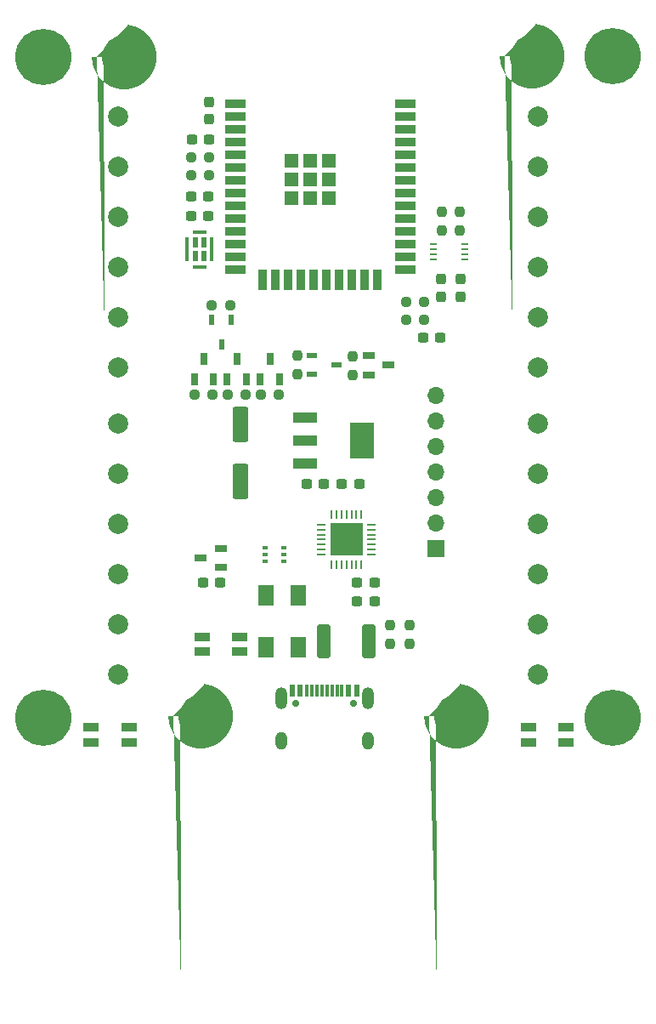
<source format=gbr>
%TF.GenerationSoftware,KiCad,Pcbnew,(6.0.6-0)*%
%TF.CreationDate,2022-09-10T13:43:16-07:00*%
%TF.ProjectId,GlowCore,476c6f77-436f-4726-952e-6b696361645f,rev?*%
%TF.SameCoordinates,Original*%
%TF.FileFunction,Soldermask,Top*%
%TF.FilePolarity,Negative*%
%FSLAX46Y46*%
G04 Gerber Fmt 4.6, Leading zero omitted, Abs format (unit mm)*
G04 Created by KiCad (PCBNEW (6.0.6-0)) date 2022-09-10 13:43:16*
%MOMM*%
%LPD*%
G01*
G04 APERTURE LIST*
G04 Aperture macros list*
%AMRoundRect*
0 Rectangle with rounded corners*
0 $1 Rounding radius*
0 $2 $3 $4 $5 $6 $7 $8 $9 X,Y pos of 4 corners*
0 Add a 4 corners polygon primitive as box body*
4,1,4,$2,$3,$4,$5,$6,$7,$8,$9,$2,$3,0*
0 Add four circle primitives for the rounded corners*
1,1,$1+$1,$2,$3*
1,1,$1+$1,$4,$5*
1,1,$1+$1,$6,$7*
1,1,$1+$1,$8,$9*
0 Add four rect primitives between the rounded corners*
20,1,$1+$1,$2,$3,$4,$5,0*
20,1,$1+$1,$4,$5,$6,$7,0*
20,1,$1+$1,$6,$7,$8,$9,0*
20,1,$1+$1,$8,$9,$2,$3,0*%
%AMFreePoly0*
4,1,112,3.105582,3.191654,3.458980,3.129341,3.803230,3.028022,4.134041,2.888962,4.447289,2.713894,4.739071,2.504999,5.005748,2.264881,5.243998,1.996534,5.450851,1.703301,5.623729,1.388838,5.760476,1.057065,5.859388,0.712116,5.919233,0.358291,5.939265,0.000000,5.938012,-0.089748,5.907984,-0.447339,5.838283,-0.799355,5.729777,-1.141408,5.583820,-1.469234,5.402230,-1.778747,
5.187270,-2.066090,4.941620,-2.327680,4.668342,-2.560258,4.370841,-2.760925,4.052827,-2.927179,3.718263,-3.056948,3.371318,-3.148614,3.016317,-3.201036,2.657686,-3.213560,2.299893,-3.186029,1.947399,-3.118788,1.604597,-3.012673,1.275760,-2.869007,0.964987,-2.689582,0.676150,-2.476634,0.412851,-2.232816,0.178371,-1.961168,-0.024367,-1.665076,-0.192837,-1.348230,-0.324939,-1.014580,
-0.419026,-0.668283,-0.473925,-0.313657,-0.481420,-0.134825,-0.481581,-0.134460,-0.499164,0.000000,0.505984,0.000000,0.524968,-0.289640,0.581595,-0.574324,0.674897,-0.849181,0.803276,-1.109508,0.964536,-1.350851,1.155919,-1.569081,1.374149,-1.760464,1.615492,-1.921724,1.875819,-2.050103,2.150676,-2.143405,2.435360,-2.200032,2.725000,-2.219016,3.014640,-2.200032,3.299324,-2.143405,
3.574181,-2.050103,3.834508,-1.921724,4.075851,-1.760464,4.294081,-1.569081,4.485464,-1.350851,4.646724,-1.109508,4.775103,-0.849181,4.868405,-0.574324,4.925032,-0.289640,4.944016,0.000000,4.925032,0.289640,4.868405,0.574324,4.775103,0.849181,4.646724,1.109508,4.485464,1.350851,4.294081,1.569081,4.075851,1.760464,3.834508,1.921724,3.574181,2.050103,3.299324,2.143405,
3.014640,2.200032,2.725000,2.219016,2.435360,2.200032,2.150676,2.143405,1.875819,2.050103,1.615492,1.921724,1.374149,1.760464,1.155919,1.569081,0.964536,1.350851,0.803276,1.109508,0.674897,0.849181,0.581595,0.574324,0.524968,0.289640,0.505984,0.000000,-0.499164,0.000000,-0.499963,0.006109,-0.484897,0.102868,-0.463920,0.402854,-0.399140,0.755809,-0.295421,1.099343,
-0.154055,1.429175,0.023196,1.741194,0.234123,2.031510,0.476097,2.296505,0.746101,2.532875,1.040770,2.737676,1.356433,2.908354,1.689153,3.042782,2.034784,3.139284,2.389018,3.196657,2.747440,3.214187,3.105582,3.191654,3.105582,3.191654,$1*%
G04 Aperture macros list end*
%ADD10C,2.000000*%
%ADD11RoundRect,0.250000X-0.550000X1.500000X-0.550000X-1.500000X0.550000X-1.500000X0.550000X1.500000X0*%
%ADD12R,2.000000X0.900000*%
%ADD13R,0.900000X2.000000*%
%ADD14R,1.330000X1.330000*%
%ADD15RoundRect,0.237500X0.237500X-0.250000X0.237500X0.250000X-0.237500X0.250000X-0.237500X-0.250000X0*%
%ADD16R,0.280010X0.900000*%
%ADD17R,0.900000X0.280010*%
%ADD18R,3.300000X3.300000*%
%ADD19RoundRect,0.237500X-0.237500X0.300000X-0.237500X-0.300000X0.237500X-0.300000X0.237500X0.300000X0*%
%ADD20RoundRect,0.237500X-0.300000X-0.237500X0.300000X-0.237500X0.300000X0.237500X-0.300000X0.237500X0*%
%ADD21C,4.300000*%
%ADD22FreePoly0,0.000000*%
%ADD23R,1.500000X0.900000*%
%ADD24C,5.600000*%
%ADD25R,1.250013X0.700000*%
%ADD26RoundRect,0.237500X-0.237500X0.250000X-0.237500X-0.250000X0.237500X-0.250000X0.237500X0.250000X0*%
%ADD27RoundRect,0.237500X-0.250000X-0.237500X0.250000X-0.237500X0.250000X0.237500X-0.250000X0.237500X0*%
%ADD28O,0.750013X0.250013*%
%ADD29RoundRect,0.237500X0.300000X0.237500X-0.300000X0.237500X-0.300000X-0.237500X0.300000X-0.237500X0*%
%ADD30R,0.600000X0.419990*%
%ADD31R,0.700000X1.250013*%
%ADD32R,0.600000X1.070003*%
%ADD33RoundRect,0.250000X0.400000X1.450000X-0.400000X1.450000X-0.400000X-1.450000X0.400000X-1.450000X0*%
%ADD34RoundRect,0.237500X0.250000X0.237500X-0.250000X0.237500X-0.250000X-0.237500X0.250000X-0.237500X0*%
%ADD35C,0.700025*%
%ADD36R,0.600000X1.300000*%
%ADD37R,0.300000X1.300000*%
%ADD38O,1.200000X2.200000*%
%ADD39O,1.200000X1.800000*%
%ADD40R,1.620015X2.046380*%
%ADD41R,0.550013X1.050013*%
%ADD42R,1.400000X0.450013*%
%ADD43R,0.450013X2.400000*%
%ADD44R,2.470003X0.980010*%
%ADD45R,2.470003X3.600000*%
%ADD46R,1.070003X0.600000*%
%ADD47R,1.700000X1.700000*%
%ADD48O,1.700000X1.700000*%
G04 APERTURE END LIST*
D10*
%TO.C,P2*%
X123750451Y-104450000D03*
X123750451Y-109451270D03*
X123750451Y-114450000D03*
X123750451Y-119451270D03*
X123750451Y-124450000D03*
X123750451Y-129451270D03*
%TD*%
D11*
%TO.C,C4*%
X135890000Y-104591200D03*
X135890000Y-110191200D03*
%TD*%
D12*
%TO.C,U7*%
X135357600Y-72666700D03*
X135357600Y-73936700D03*
X135357600Y-75206700D03*
X135357600Y-76476700D03*
X135357600Y-77746700D03*
X135357600Y-79016700D03*
X135357600Y-80286700D03*
X135357600Y-81556700D03*
X135357600Y-82826700D03*
X135357600Y-84096700D03*
X135357600Y-85366700D03*
X135357600Y-86636700D03*
X135357600Y-87906700D03*
X135357600Y-89176700D03*
D13*
X138142600Y-90176700D03*
X139412600Y-90176700D03*
X140682600Y-90176700D03*
X141952600Y-90176700D03*
X143222600Y-90176700D03*
X144492600Y-90176700D03*
X145762600Y-90176700D03*
X147032600Y-90176700D03*
X148302600Y-90176700D03*
X149572600Y-90176700D03*
D12*
X152357600Y-89176700D03*
X152357600Y-87906700D03*
X152357600Y-86636700D03*
X152357600Y-85366700D03*
X152357600Y-84096700D03*
X152357600Y-82826700D03*
X152357600Y-81556700D03*
X152357600Y-80286700D03*
X152357600Y-79016700D03*
X152357600Y-77746700D03*
X152357600Y-76476700D03*
X152357600Y-75206700D03*
X152357600Y-73936700D03*
X152357600Y-72666700D03*
D14*
X141022600Y-80166700D03*
X141022600Y-82001700D03*
X142857600Y-80166700D03*
X144692600Y-78331700D03*
X142857600Y-78331700D03*
X144692600Y-82001700D03*
X144692600Y-80166700D03*
X141022600Y-78331700D03*
X142857600Y-82001700D03*
%TD*%
D15*
%TO.C,R1*%
X155984800Y-85240500D03*
X155984800Y-83415500D03*
%TD*%
D16*
%TO.C,U13*%
X144955333Y-118527149D03*
X145455714Y-118527149D03*
X145956095Y-118527149D03*
X146456476Y-118527149D03*
X146956857Y-118527149D03*
X147457238Y-118527149D03*
X147957619Y-118527149D03*
D17*
X148956603Y-117528419D03*
X148956603Y-117028038D03*
X148956603Y-116527657D03*
X148956603Y-116027276D03*
X148956603Y-115526895D03*
X148956603Y-115026514D03*
X148956603Y-114526133D03*
D16*
X147957619Y-113527149D03*
X147457238Y-113527149D03*
X146956857Y-113527149D03*
X146456476Y-113527149D03*
X145956095Y-113527149D03*
X145455714Y-113527149D03*
X144955333Y-113527149D03*
D17*
X143956603Y-114526133D03*
X143956603Y-115026514D03*
X143956603Y-115526895D03*
X143956603Y-116027276D03*
X143956603Y-116527657D03*
X143956603Y-117028038D03*
X143956603Y-117528419D03*
D18*
X146456476Y-116027276D03*
%TD*%
D15*
%TO.C,R14*%
X141589500Y-99529275D03*
X141589500Y-97704275D03*
%TD*%
D19*
%TO.C,C3*%
X132790000Y-72472500D03*
X132790000Y-74197500D03*
%TD*%
D20*
%TO.C,C11*%
X146010200Y-110503975D03*
X147735200Y-110503975D03*
%TD*%
D21*
%TO.C,U30*%
X157460000Y-133640000D03*
D22*
X154732230Y-133637460D03*
%TD*%
D23*
%TO.C,SW2*%
X132059676Y-127191264D03*
X135859524Y-127191264D03*
X132059676Y-125691136D03*
X135859524Y-125691136D03*
%TD*%
D24*
%TO.C,H4*%
X116300000Y-133761200D03*
%TD*%
D25*
%TO.C,U11*%
X133925606Y-118789775D03*
X133925606Y-116889851D03*
X131925606Y-117839813D03*
%TD*%
D20*
%TO.C,C7*%
X147525797Y-122144530D03*
X149250797Y-122144530D03*
%TD*%
D21*
%TO.C,U33*%
X131969970Y-133640000D03*
D22*
X129242200Y-133637460D03*
%TD*%
D26*
%TO.C,R13*%
X147066000Y-97791900D03*
X147066000Y-99616900D03*
%TD*%
D10*
%TO.C,P1*%
X123750451Y-73900000D03*
X123750451Y-78901270D03*
X123750451Y-83900000D03*
X123750451Y-88901270D03*
X123750451Y-93900000D03*
X123750451Y-98901270D03*
%TD*%
D27*
%TO.C,R12*%
X131321800Y-101600000D03*
X133146800Y-101600000D03*
%TD*%
%TO.C,R7*%
X152400000Y-94154400D03*
X154225000Y-94154400D03*
%TD*%
D24*
%TO.C,H2*%
X172987800Y-67900000D03*
%TD*%
D28*
%TO.C,U8*%
X158217111Y-88117961D03*
X158217111Y-87617834D03*
X158217111Y-87117961D03*
X158217111Y-86617834D03*
X155117289Y-86617834D03*
X155117289Y-87117961D03*
X155117289Y-87617834D03*
X155117289Y-88117961D03*
%TD*%
D29*
%TO.C,C6*%
X144230000Y-110503975D03*
X142505000Y-110503975D03*
%TD*%
D20*
%TO.C,C8*%
X132182700Y-120294400D03*
X133907700Y-120294400D03*
%TD*%
D30*
%TO.C,U14*%
X140235962Y-118149587D03*
X140235962Y-117499600D03*
X140235962Y-116849613D03*
X138336038Y-116849613D03*
X138336038Y-117499600D03*
X138336038Y-118149587D03*
%TD*%
D31*
%TO.C,U3*%
X137886438Y-100060000D03*
X139786362Y-100060000D03*
X138836400Y-98060000D03*
%TD*%
D32*
%TO.C,U6*%
X134960362Y-94116523D03*
X133060438Y-94116523D03*
X134010400Y-96586677D03*
%TD*%
D27*
%TO.C,R9*%
X137923900Y-101600000D03*
X139748900Y-101600000D03*
%TD*%
D19*
%TO.C,C2*%
X155905200Y-90120300D03*
X155905200Y-91845300D03*
%TD*%
D27*
%TO.C,R10*%
X133047100Y-92710000D03*
X134872100Y-92710000D03*
%TD*%
D29*
%TO.C,C12*%
X132692500Y-81850000D03*
X130967500Y-81850000D03*
%TD*%
D33*
%TO.C,F1*%
X148681400Y-126136400D03*
X144231400Y-126136400D03*
%TD*%
D24*
%TO.C,H1*%
X116300000Y-67947460D03*
%TD*%
D29*
%TO.C,C15*%
X132702500Y-83780000D03*
X130977500Y-83780000D03*
%TD*%
%TO.C,C13*%
X132762500Y-76155000D03*
X131037500Y-76155000D03*
%TD*%
D15*
%TO.C,R8*%
X157784800Y-85240500D03*
X157784800Y-83415500D03*
%TD*%
D34*
%TO.C,R6*%
X132812500Y-79745000D03*
X130987500Y-79745000D03*
%TD*%
D27*
%TO.C,R11*%
X134621900Y-101600000D03*
X136446900Y-101600000D03*
%TD*%
D21*
%TO.C,U1*%
X124279970Y-67950000D03*
D22*
X121552200Y-67947460D03*
%TD*%
D35*
%TO.C,USB1*%
X147160018Y-132332535D03*
X141379982Y-132332535D03*
D36*
X141070102Y-131089964D03*
X141869949Y-131089964D03*
D37*
X143020064Y-131089964D03*
X144020064Y-131089964D03*
X144519936Y-131089964D03*
X145519936Y-131089964D03*
D36*
X147469898Y-131089964D03*
X146670051Y-131089964D03*
D37*
X146020064Y-131089964D03*
X145020064Y-131089964D03*
X143519936Y-131089964D03*
X142519936Y-131089964D03*
D38*
X139949959Y-131832408D03*
X148590041Y-131832408D03*
D39*
X148590041Y-136012494D03*
X139949959Y-136012494D03*
%TD*%
D10*
%TO.C,P4*%
X165555549Y-98900000D03*
X165555549Y-93898730D03*
X165555549Y-88900000D03*
X165555549Y-83898730D03*
X165555549Y-78900000D03*
X165555549Y-73898730D03*
%TD*%
D27*
%TO.C,R4*%
X130987500Y-77950000D03*
X132812500Y-77950000D03*
%TD*%
D29*
%TO.C,C5*%
X149250797Y-120264530D03*
X147525797Y-120264530D03*
%TD*%
D26*
%TO.C,R2*%
X152714400Y-124573500D03*
X152714400Y-126398500D03*
%TD*%
D40*
%TO.C,U16*%
X138480825Y-121589769D03*
X138480825Y-126720580D03*
%TD*%
D24*
%TO.C,H3*%
X172987800Y-133761200D03*
%TD*%
D25*
%TO.C,U9*%
X148656800Y-97717613D03*
X148656800Y-99617537D03*
X150656800Y-98667575D03*
%TD*%
D41*
%TO.C,U15*%
X131405057Y-86459784D03*
X131405057Y-87810051D03*
X132254943Y-87810051D03*
X132254943Y-86459784D03*
D42*
X131830000Y-85410000D03*
D43*
X130604955Y-87134918D03*
D42*
X131830000Y-88859835D03*
D43*
X133055044Y-87134918D03*
%TD*%
D20*
%TO.C,C14*%
X154077500Y-95881600D03*
X155802500Y-95881600D03*
%TD*%
D31*
%TO.C,U5*%
X131319900Y-100060000D03*
X133219824Y-100060000D03*
X132269862Y-98060000D03*
%TD*%
D19*
%TO.C,C1*%
X157835200Y-90120300D03*
X157835200Y-91845300D03*
%TD*%
D34*
%TO.C,R5*%
X154225000Y-92354400D03*
X152400000Y-92354400D03*
%TD*%
D44*
%TO.C,U12*%
X142351500Y-103872025D03*
X142351500Y-106172000D03*
X142351500Y-108471975D03*
D45*
X148021300Y-106172000D03*
%TD*%
D23*
%TO.C,SW1*%
X164571676Y-136233664D03*
X168371524Y-136233664D03*
X164571676Y-134733536D03*
X168371524Y-134733536D03*
%TD*%
%TO.C,SW3*%
X121036076Y-136233664D03*
X124835924Y-136233664D03*
X121036076Y-134733536D03*
X124835924Y-134733536D03*
%TD*%
D46*
%TO.C,U10*%
X143011900Y-97702375D03*
X143011900Y-99602299D03*
X145482054Y-98652337D03*
%TD*%
D21*
%TO.C,U2*%
X164997770Y-67902540D03*
D22*
X162270000Y-67900000D03*
%TD*%
D40*
%TO.C,U34*%
X141638425Y-121589769D03*
X141638425Y-126720580D03*
%TD*%
D47*
%TO.C,J1*%
X155346400Y-116890800D03*
D48*
X155346400Y-114350800D03*
X155346400Y-111810800D03*
X155346400Y-109270800D03*
X155346400Y-106730800D03*
X155346400Y-104190800D03*
X155346400Y-101650800D03*
%TD*%
D31*
%TO.C,U4*%
X134584438Y-100060000D03*
X136484362Y-100060000D03*
X135534400Y-98060000D03*
%TD*%
D26*
%TO.C,R3*%
X150774400Y-124563500D03*
X150774400Y-126388500D03*
%TD*%
D10*
%TO.C,P3*%
X165555549Y-129450000D03*
X165555549Y-124448730D03*
X165555549Y-119450000D03*
X165555549Y-114448730D03*
X165555549Y-109450000D03*
X165555549Y-104448730D03*
%TD*%
M02*

</source>
